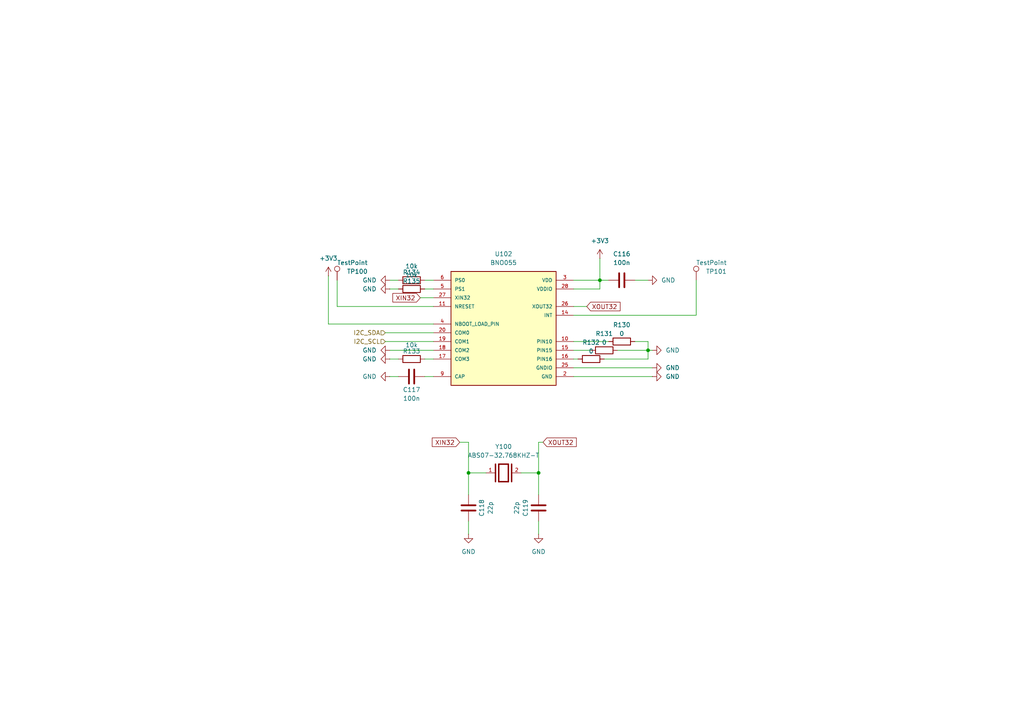
<source format=kicad_sch>
(kicad_sch (version 20231120) (generator "eeschema") (generator_version "8.0")
  (paper "A4")
  (lib_symbols
    (symbol "ABS07-32.768KHZ-T:ABS07-32.768KHZ-T" (pin_names (offset 1.016))
      (property "Reference" "Y" (at -5.0878 3.8159 0))
      (property "Value" "ABS07-32.768KHZ-T" (at -5.0944 -5.0944 0))
      (symbol "ABS07-32.768KHZ-T_0_0"
        (polyline (pts (xy -2.3368 2.54) (xy -2.3368 -2.54)) (stroke (width 0.4064)))
        (polyline (pts (xy -1.397 2.54) (xy -1.397 -2.54)) (stroke (width 0.4064)))
        (polyline (pts (xy -1.397 2.54) (xy 1.397 2.54)) (stroke (width 0.4064)))
        (polyline (pts (xy 1.397 -2.54) (xy -1.397 -2.54)) (stroke (width 0.4064)))
        (polyline (pts (xy 1.397 2.54) (xy 1.397 -2.54)) (stroke (width 0.4064)))
        (polyline (pts (xy 2.3368 2.54) (xy 2.3368 -2.54)) (stroke (width 0.4064)))
        (pin passive line (at -5.08 0 0) (length 2.54) (name "~") (number "1"))
        (pin passive line (at 5.08 0 180) (length 2.54) (name "~") (number "2"))
      )
    )
    (symbol "BNO055:BNO055" (pin_names (offset 1.016))
      (property "Reference" "U" (at -14.7397 15.7562 0))
      (property "Value" "BNO055" (at -14.7607 -19.5962 0))
      (symbol "BNO055_0_0"
        (rectangle (start -15.24 -17.78) (end 15.24 15.24) (stroke (width 0.254)) (fill (type background)))
        (pin power_in line (at 20.32 -5.08 180) (length 5.08) (name "PIN10") (number "10"))
        (pin input line (at -20.32 5.08 0) (length 5.08) (name "NRESET") (number "11"))
        (pin output line (at 20.32 2.54 180) (length 5.08) (name "INT") (number "14"))
        (pin power_in line (at 20.32 -7.62 180) (length 5.08) (name "PIN15") (number "15"))
        (pin power_in line (at 20.32 -10.16 180) (length 5.08) (name "PIN16") (number "16"))
        (pin bidirectional line (at -20.32 -10.16 0) (length 5.08) (name "COM3") (number "17"))
        (pin bidirectional line (at -20.32 -7.62 0) (length 5.08) (name "COM2") (number "18"))
        (pin bidirectional line (at -20.32 -5.08 0) (length 5.08) (name "COM1") (number "19"))
        (pin power_in line (at 20.32 -15.24 180) (length 5.08) (name "GND") (number "2"))
        (pin bidirectional line (at -20.32 -2.54 0) (length 5.08) (name "COM0") (number "20"))
        (pin power_in line (at 20.32 -12.7 180) (length 5.08) (name "GNDIO") (number "25"))
        (pin output line (at 20.32 5.08 180) (length 5.08) (name "XOUT32") (number "26"))
        (pin input line (at -20.32 7.62 0) (length 5.08) (name "XIN32") (number "27"))
        (pin power_in line (at 20.32 10.16 180) (length 5.08) (name "VDDIO") (number "28"))
        (pin power_in line (at 20.32 12.7 180) (length 5.08) (name "VDD") (number "3"))
        (pin bidirectional line (at -20.32 0 0) (length 5.08) (name "NBOOT_LOAD_PIN") (number "4"))
        (pin input line (at -20.32 10.16 0) (length 5.08) (name "PS1") (number "5"))
        (pin input line (at -20.32 12.7 0) (length 5.08) (name "PS0") (number "6"))
        (pin passive line (at -20.32 -15.24 0) (length 5.08) (name "CAP") (number "9"))
      )
    )
    (symbol "Connector:TestPoint" (pin_numbers hide) (pin_names (offset 0.762) hide)
      (property "Reference" "TP" (at 0 6.858 0))
      (property "Value" "TestPoint" (at 0 5.08 0))
      (symbol "TestPoint_0_1"
        (circle (center 0 3.302) (radius 0.762))
      )
      (symbol "TestPoint_1_1"
        (pin passive line (at 0 0 90) (length 2.54) (name "1") (number "1"))
      )
    )
    (symbol "Device:C" (pin_numbers hide) (pin_names (offset 0.254))
      (property "Reference" "C" (at 0.635 2.54 0))
      (property "Value" "C" (at 0.635 -2.54 0))
      (symbol "C_0_1"
        (polyline (pts (xy -2.032 -0.762) (xy 2.032 -0.762)) (stroke (width 0.508)))
        (polyline (pts (xy -2.032 0.762) (xy 2.032 0.762)) (stroke (width 0.508)))
      )
      (symbol "C_1_1"
        (pin passive line (at 0 3.81 270) (length 2.794) (name "~") (number "1"))
        (pin passive line (at 0 -3.81 90) (length 2.794) (name "~") (number "2"))
      )
    )
    (symbol "Device:R" (pin_numbers hide) (pin_names (offset 0))
      (property "Reference" "R" (at 2.032 0 90))
      (property "Value" "R" (at 0 0 90))
      (symbol "R_0_1"
        (rectangle (start -1.016 -2.54) (end 1.016 2.54) (stroke (width 0.254)))
      )
      (symbol "R_1_1"
        (pin passive line (at 0 3.81 270) (length 1.27) (name "~") (number "1"))
        (pin passive line (at 0 -3.81 90) (length 1.27) (name "~") (number "2"))
      )
    )
    (symbol "power:+3V3" (power) (pin_numbers hide) (pin_names (offset 0) hide)
      (property "Value" "+3V3" (at 0 3.556 0))
      (symbol "+3V3_0_1"
        (polyline (pts (xy -0.762 1.27) (xy 0 2.54)))
        (polyline (pts (xy 0 0) (xy 0 2.54)))
        (polyline (pts (xy 0 2.54) (xy 0.762 1.27)))
      )
      (symbol "+3V3_1_1"
        (pin power_in line (at 0 0 90) (length 0) (name "~") (number "1"))
      )
    )
    (symbol "power:GND" (power) (pin_numbers hide) (pin_names (offset 0) hide)
      (property "Value" "GND" (at 0 -3.81 0))
      (symbol "GND_0_1"
        (polyline (pts (xy 0 0) (xy 0 -1.27) (xy 1.27 -1.27) (xy 0 -2.54) (xy -1.27 -1.27) (xy 0 -1.27)))
      )
      (symbol "GND_1_1"
        (pin power_in line (at 0 0 270) (length 0) (name "~") (number "1"))
      )
    )
  )
  (junction (at 173.99 81.28))
  (junction (at 135.89 137.16))
  (junction (at 156.21 137.16))
  (junction (at 187.96 101.6))
  (wire (pts (xy 133.35 128.27) (xy 135.89 128.27)))
  (wire (pts (xy 121.92 86.36) (xy 125.73 86.36)))
  (wire (pts (xy 113.03 109.22) (xy 115.57 109.22)))
  (wire (pts (xy 113.03 104.14) (xy 115.57 104.14)))
  (wire (pts (xy 111.76 96.52) (xy 125.73 96.52)))
  (wire (pts (xy 173.99 74.93) (xy 173.99 81.28)))
  (wire (pts (xy 113.03 81.28) (xy 115.57 81.28)))
  (wire (pts (xy 156.21 137.16) (xy 151.13 137.16)))
  (wire (pts (xy 123.19 109.22) (xy 125.73 109.22)))
  (wire (pts (xy 157.48 128.27) (xy 156.21 128.27)))
  (wire (pts (xy 135.89 137.16) (xy 140.97 137.16)))
  (wire (pts (xy 166.37 104.14) (xy 167.64 104.14)))
  (wire (pts (xy 123.19 83.82) (xy 125.73 83.82)))
  (wire (pts (xy 156.21 143.51) (xy 156.21 137.16)))
  (wire (pts (xy 173.99 81.28) (xy 166.37 81.28)))
  (wire (pts (xy 166.37 106.68) (xy 189.23 106.68)))
  (wire (pts (xy 166.37 101.6) (xy 171.45 101.6)))
  (wire (pts (xy 166.37 109.22) (xy 189.23 109.22)))
  (wire (pts (xy 111.76 99.06) (xy 125.73 99.06)))
  (wire (pts (xy 97.79 88.9) (xy 125.73 88.9)))
  (wire (pts (xy 173.99 81.28) (xy 176.53 81.28)))
  (wire (pts (xy 201.93 91.44) (xy 201.93 81.28)))
  (wire (pts (xy 156.21 128.27) (xy 156.21 137.16)))
  (wire (pts (xy 175.26 104.14) (xy 187.96 104.14)))
  (wire (pts (xy 135.89 151.13) (xy 135.89 154.94)))
  (wire (pts (xy 135.89 128.27) (xy 135.89 137.16)))
  (wire (pts (xy 123.19 104.14) (xy 125.73 104.14)))
  (wire (pts (xy 113.03 83.82) (xy 115.57 83.82)))
  (wire (pts (xy 173.99 83.82) (xy 173.99 81.28)))
  (wire (pts (xy 187.96 104.14) (xy 187.96 101.6)))
  (wire (pts (xy 156.21 151.13) (xy 156.21 154.94)))
  (wire (pts (xy 187.96 101.6) (xy 189.23 101.6)))
  (wire (pts (xy 113.03 101.6) (xy 125.73 101.6)))
  (wire (pts (xy 95.25 80.01) (xy 95.25 93.98)))
  (wire (pts (xy 184.15 99.06) (xy 187.96 99.06)))
  (wire (pts (xy 184.15 81.28) (xy 187.96 81.28)))
  (wire (pts (xy 187.96 99.06) (xy 187.96 101.6)))
  (wire (pts (xy 123.19 81.28) (xy 125.73 81.28)))
  (wire (pts (xy 166.37 99.06) (xy 176.53 99.06)))
  (wire (pts (xy 166.37 88.9) (xy 170.18 88.9)))
  (wire (pts (xy 95.25 93.98) (xy 125.73 93.98)))
  (wire (pts (xy 166.37 91.44) (xy 201.93 91.44)))
  (wire (pts (xy 166.37 83.82) (xy 173.99 83.82)))
  (wire (pts (xy 135.89 143.51) (xy 135.89 137.16)))
  (wire (pts (xy 179.07 101.6) (xy 187.96 101.6)))
  (wire (pts (xy 97.79 81.28) (xy 97.79 88.9)))
  (global_label "XOUT32" (shape input) (at 157.48 128.27 0) (property "Intersheetrefs" "${INTERSHEET_REFS}" (effects (hide yes))))
  (global_label "XOUT32" (shape input) (at 170.18 88.9 0) (property "Intersheetrefs" "${INTERSHEET_REFS}" (effects (hide yes))))
  (global_label "XIN32" (shape input) (at 133.35 128.27 180) (property "Intersheetrefs" "${INTERSHEET_REFS}" (effects (hide yes))))
  (global_label "XIN32" (shape input) (at 121.92 86.36 180) (property "Intersheetrefs" "${INTERSHEET_REFS}" (effects (hide yes))))
  (hierarchical_label "I2C_SCL" (shape input) (at 111.76 99.06 180))
  (hierarchical_label "I2C_SDA" (shape input) (at 111.76 96.52 180))
  (symbol (lib_id "Device:C") (at 156.21 147.32 180) (unit 1)
    (property "Reference" "C119" (at 152.4 147.32 90))
    (property "Value" "22p" (at 149.86 147.32 90))
    (property "Footprint" "Capacitor_SMD:C_0603_1608Metric_Pad1.08x0.95mm_HandSolder" (effects (hide yes)))
    (property "Description" "Unpolarized capacitor" (effects (hide yes)))
    (property "Digikey" "https://www.digikey.com/en/products/detail/murata-electronics/GCM21BR72A104KA37L/1641663" (effects (hide yes)))
  )
  (symbol (lib_id "BNO055:BNO055") (at 146.05 93.98 0) (unit 1)
    (property "Reference" "U102" (at 146.05 73.66 0))
    (property "Value" "BNO055" (at 146.05 76.2 0))
    (property "Footprint" "BNO055:LGA28R50P4X10_380X520X100" (effects (hide yes)))
    (property "MANUFACTURER" "BOSCH" (effects (hide yes)))
  )
  (symbol (lib_id "Device:R") (at 119.38 104.14 270) (unit 1)
    (property "Reference" "R133" (at 119.38 101.854 90))
    (property "Value" "10k" (at 119.38 100.076 90))
    (property "Footprint" "Resistor_SMD:R_0603_1608Metric_Pad0.98x0.95mm_HandSolder" (effects (hide yes)))
    (property "Description" "Resistor" (effects (hide yes)))
  )
  (symbol (lib_id "Device:R") (at 180.34 99.06 90) (unit 1)
    (property "Reference" "R130" (at 180.34 94.234 90))
    (property "Value" "0" (at 180.34 96.774 90))
    (property "Footprint" "Resistor_SMD:R_0603_1608Metric_Pad0.98x0.95mm_HandSolder" (effects (hide yes)))
    (property "Description" "Resistor" (effects (hide yes)))
  )
  (symbol (lib_id "power:GND") (at 113.03 109.22 270) (unit 1)
    (property "Reference" "#PWR0132" (effects (hide yes)))
    (property "Value" "GND" (at 109.22 109.2199 90) (effects (justify right)))
    (property "Description" "Power symbol creates a global label with name \"GND\" , ground" (effects (hide yes)))
  )
  (symbol (lib_id "Device:R") (at 171.45 104.14 90) (unit 1)
    (property "Reference" "R132" (at 171.45 99.314 90))
    (property "Value" "0" (at 171.45 101.854 90))
    (property "Footprint" "Resistor_SMD:R_0603_1608Metric_Pad0.98x0.95mm_HandSolder" (effects (hide yes)))
    (property "Description" "Resistor" (effects (hide yes)))
  )
  (symbol (lib_id "Connector:TestPoint") (at 97.79 81.28 0) (unit 1)
    (property "Reference" "TP100" (at 106.68 78.74 0) (effects (justify right)))
    (property "Value" "TestPoint" (at 106.68 76.2 0) (effects (justify right)))
    (property "Footprint" "TestPoint:TestPoint_Pad_D1.0mm" (effects (hide yes)))
    (property "Description" "test point" (effects (hide yes)))
  )
  (symbol (lib_id "Device:C") (at 180.34 81.28 270) (unit 1)
    (property "Reference" "C116" (at 180.34 73.66 90))
    (property "Value" "100n" (at 180.34 76.2 90))
    (property "Footprint" "Capacitor_SMD:C_0805_2012Metric_Pad1.18x1.45mm_HandSolder" (effects (hide yes)))
    (property "Description" "Unpolarized capacitor" (effects (hide yes)))
    (property "Digikey" "https://www.digikey.com/en/products/detail/murata-electronics/GCM21BR72A104KA37L/1641663" (effects (hide yes)))
  )
  (symbol (lib_id "Connector:TestPoint") (at 201.93 81.28 0) (unit 1)
    (property "Reference" "TP101" (at 210.82 78.74 0) (effects (justify right)))
    (property "Value" "TestPoint" (at 210.82 76.2 0) (effects (justify right)))
    (property "Footprint" "TestPoint:TestPoint_Pad_D1.0mm" (effects (hide yes)))
    (property "Description" "test point" (effects (hide yes)))
  )
  (symbol (lib_id "power:+3V3") (at 95.25 80.01 0) (unit 1)
    (property "Reference" "#PWR0135" (effects (hide yes)))
    (property "Value" "+3V3" (at 95.25 74.93 0))
    (property "Description" "Power symbol creates a global label with name \"+3V3\"" (effects (hide yes)))
  )
  (symbol (lib_id "power:GND") (at 135.89 154.94 0) (unit 1)
    (property "Reference" "#PWR0142" (effects (hide yes)))
    (property "Value" "GND" (at 135.89 160.02 0))
    (property "Description" "Power symbol creates a global label with name \"GND\" , ground" (effects (hide yes)))
  )
  (symbol (lib_id "Device:C") (at 119.38 109.22 270) (unit 1)
    (property "Reference" "C117" (at 119.38 113.03 90))
    (property "Value" "100n" (at 119.38 115.57 90))
    (property "Footprint" "Capacitor_SMD:C_0805_2012Metric_Pad1.18x1.45mm_HandSolder" (effects (hide yes)))
    (property "Description" "Unpolarized capacitor" (effects (hide yes)))
    (property "Digikey" "https://www.digikey.com/en/products/detail/murata-electronics/GCM21BR72A104KA37L/1641663" (effects (hide yes)))
  )
  (symbol (lib_id "Device:R") (at 119.38 83.82 270) (unit 1)
    (property "Reference" "R135" (at 119.38 81.534 90))
    (property "Value" "10k" (at 119.38 79.756 90))
    (property "Footprint" "Resistor_SMD:R_0603_1608Metric_Pad0.98x0.95mm_HandSolder" (effects (hide yes)))
    (property "Description" "Resistor" (effects (hide yes)))
  )
  (symbol (lib_id "power:GND") (at 187.96 81.28 90) (unit 1)
    (property "Reference" "#PWR0133" (effects (hide yes)))
    (property "Value" "GND" (at 191.77 81.2799 90) (effects (justify right)))
    (property "Description" "Power symbol creates a global label with name \"GND\" , ground" (effects (hide yes)))
  )
  (symbol (lib_id "power:GND") (at 189.23 109.22 90) (unit 1)
    (property "Reference" "#PWR0140" (effects (hide yes)))
    (property "Value" "GND" (at 193.04 109.2199 90) (effects (justify right)))
    (property "Description" "Power symbol creates a global label with name \"GND\" , ground" (effects (hide yes)))
  )
  (symbol (lib_id "power:GND") (at 113.03 101.6 270) (unit 1)
    (property "Reference" "#PWR0136" (effects (hide yes)))
    (property "Value" "GND" (at 109.22 101.5999 90) (effects (justify right)))
    (property "Description" "Power symbol creates a global label with name \"GND\" , ground" (effects (hide yes)))
  )
  (symbol (lib_id "power:GND") (at 189.23 106.68 90) (unit 1)
    (property "Reference" "#PWR0141" (effects (hide yes)))
    (property "Value" "GND" (at 193.04 106.6799 90) (effects (justify right)))
    (property "Description" "Power symbol creates a global label with name \"GND\" , ground" (effects (hide yes)))
  )
  (symbol (lib_id "power:GND") (at 113.03 83.82 270) (unit 1)
    (property "Reference" "#PWR0139" (effects (hide yes)))
    (property "Value" "GND" (at 109.22 83.8199 90) (effects (justify right)))
    (property "Description" "Power symbol creates a global label with name \"GND\" , ground" (effects (hide yes)))
  )
  (symbol (lib_id "power:GND") (at 113.03 81.28 270) (unit 1)
    (property "Reference" "#PWR0138" (effects (hide yes)))
    (property "Value" "GND" (at 109.22 81.2799 90) (effects (justify right)))
    (property "Description" "Power symbol creates a global label with name \"GND\" , ground" (effects (hide yes)))
  )
  (symbol (lib_id "power:+3V3") (at 173.99 74.93 0) (unit 1)
    (property "Reference" "#PWR0131" (effects (hide yes)))
    (property "Value" "+3V3" (at 173.99 69.85 0))
    (property "Description" "Power symbol creates a global label with name \"+3V3\"" (effects (hide yes)))
  )
  (symbol (lib_id "power:GND") (at 113.03 104.14 270) (unit 1)
    (property "Reference" "#PWR0137" (effects (hide yes)))
    (property "Value" "GND" (at 109.22 104.1399 90) (effects (justify right)))
    (property "Description" "Power symbol creates a global label with name \"GND\" , ground" (effects (hide yes)))
  )
  (symbol (lib_id "power:GND") (at 156.21 154.94 0) (unit 1)
    (property "Reference" "#PWR0143" (effects (hide yes)))
    (property "Value" "GND" (at 156.21 160.02 0))
    (property "Description" "Power symbol creates a global label with name \"GND\" , ground" (effects (hide yes)))
  )
  (symbol (lib_id "ABS07-32.768KHZ-T:ABS07-32.768KHZ-T") (at 146.05 137.16 0) (unit 1)
    (property "Reference" "Y100" (at 146.05 129.54 0))
    (property "Value" "ABS07-32.768KHZ-T" (at 146.05 132.08 0))
    (property "Footprint" "ABS07_32_768KHZ_T:XTAL_ABS07-32.768KHZ-T" (effects (hide yes)))
    (property "PARTREV" "08.19.15" (effects (hide yes)))
    (property "STANDARD" "Manufacturer Recommendations" (effects (hide yes)))
    (property "MAXIMUM_PACKAGE_HEIGHT" "0.9 mm" (effects (hide yes)))
    (property "MANUFACTURER" "Abracon" (effects (hide yes)))
  )
  (symbol (lib_id "Device:C") (at 135.89 147.32 0) (unit 1)
    (property "Reference" "C118" (at 139.7 147.32 90))
    (property "Value" "22p" (at 142.24 147.32 90))
    (property "Footprint" "Capacitor_SMD:C_0603_1608Metric_Pad1.08x0.95mm_HandSolder" (effects (hide yes)))
    (property "Description" "Unpolarized capacitor" (effects (hide yes)))
    (property "Digikey" "https://www.digikey.com/en/products/detail/murata-electronics/GCM21BR72A104KA37L/1641663" (effects (hide yes)))
  )
  (symbol (lib_id "power:GND") (at 189.23 101.6 90) (unit 1)
    (property "Reference" "#PWR0134" (effects (hide yes)))
    (property "Value" "GND" (at 193.04 101.5999 90) (effects (justify right)))
    (property "Description" "Power symbol creates a global label with name \"GND\" , ground" (effects (hide yes)))
  )
  (symbol (lib_id "Device:R") (at 175.26 101.6 90) (unit 1)
    (property "Reference" "R131" (at 175.26 96.774 90))
    (property "Value" "0" (at 175.26 99.314 90))
    (property "Footprint" "Resistor_SMD:R_0603_1608Metric_Pad0.98x0.95mm_HandSolder" (effects (hide yes)))
    (property "Description" "Resistor" (effects (hide yes)))
  )
  (symbol (lib_id "Device:R") (at 119.38 81.28 270) (unit 1)
    (property "Reference" "R134" (at 119.38 78.994 90))
    (property "Value" "10k" (at 119.38 77.216 90))
    (property "Footprint" "Resistor_SMD:R_0603_1608Metric_Pad0.98x0.95mm_HandSolder" (effects (hide yes)))
    (property "Description" "Resistor" (effects (hide yes)))
  )
)
</source>
